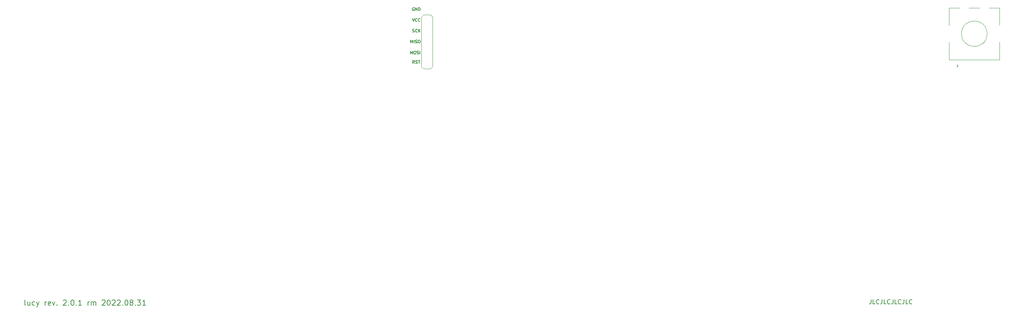
<source format=gto>
G04 #@! TF.GenerationSoftware,KiCad,Pcbnew,(6.0.5-0)*
G04 #@! TF.CreationDate,2022-08-31T07:54:58-05:00*
G04 #@! TF.ProjectId,pcb,7063622e-6b69-4636-9164-5f7063625858,rev?*
G04 #@! TF.SameCoordinates,Original*
G04 #@! TF.FileFunction,Legend,Top*
G04 #@! TF.FilePolarity,Positive*
%FSLAX46Y46*%
G04 Gerber Fmt 4.6, Leading zero omitted, Abs format (unit mm)*
G04 Created by KiCad (PCBNEW (6.0.5-0)) date 2022-08-31 07:54:58*
%MOMM*%
%LPD*%
G01*
G04 APERTURE LIST*
%ADD10C,0.150000*%
%ADD11C,0.200000*%
%ADD12C,0.120000*%
%ADD13C,3.000000*%
%ADD14C,1.750000*%
%ADD15C,3.987800*%
%ADD16R,2.000000X2.000000*%
%ADD17C,2.000000*%
%ADD18R,2.000000X3.200000*%
%ADD19C,3.800000*%
%ADD20O,1.700000X1.700000*%
%ADD21R,1.700000X1.700000*%
%ADD22C,0.650000*%
%ADD23O,1.300000X2.400000*%
%ADD24O,1.300000X1.900000*%
%ADD25C,1.700000*%
G04 APERTURE END LIST*
D10*
X296013577Y-115736694D02*
X296013577Y-116450980D01*
X295965958Y-116593837D01*
X295870720Y-116689075D01*
X295727863Y-116736694D01*
X295632625Y-116736694D01*
X296965958Y-116736694D02*
X296489767Y-116736694D01*
X296489767Y-115736694D01*
X297870720Y-116641456D02*
X297823101Y-116689075D01*
X297680244Y-116736694D01*
X297585005Y-116736694D01*
X297442148Y-116689075D01*
X297346910Y-116593837D01*
X297299291Y-116498599D01*
X297251672Y-116308123D01*
X297251672Y-116165266D01*
X297299291Y-115974790D01*
X297346910Y-115879552D01*
X297442148Y-115784314D01*
X297585005Y-115736694D01*
X297680244Y-115736694D01*
X297823101Y-115784314D01*
X297870720Y-115831933D01*
X298585005Y-115736694D02*
X298585005Y-116450980D01*
X298537386Y-116593837D01*
X298442148Y-116689075D01*
X298299291Y-116736694D01*
X298204053Y-116736694D01*
X299537386Y-116736694D02*
X299061196Y-116736694D01*
X299061196Y-115736694D01*
X300442148Y-116641456D02*
X300394529Y-116689075D01*
X300251672Y-116736694D01*
X300156434Y-116736694D01*
X300013577Y-116689075D01*
X299918339Y-116593837D01*
X299870720Y-116498599D01*
X299823101Y-116308123D01*
X299823101Y-116165266D01*
X299870720Y-115974790D01*
X299918339Y-115879552D01*
X300013577Y-115784314D01*
X300156434Y-115736694D01*
X300251672Y-115736694D01*
X300394529Y-115784314D01*
X300442148Y-115831933D01*
X301156434Y-115736694D02*
X301156434Y-116450980D01*
X301108815Y-116593837D01*
X301013577Y-116689075D01*
X300870720Y-116736694D01*
X300775482Y-116736694D01*
X302108815Y-116736694D02*
X301632625Y-116736694D01*
X301632625Y-115736694D01*
X303013577Y-116641456D02*
X302965958Y-116689075D01*
X302823101Y-116736694D01*
X302727863Y-116736694D01*
X302585005Y-116689075D01*
X302489767Y-116593837D01*
X302442148Y-116498599D01*
X302394529Y-116308123D01*
X302394529Y-116165266D01*
X302442148Y-115974790D01*
X302489767Y-115879552D01*
X302585005Y-115784314D01*
X302727863Y-115736694D01*
X302823101Y-115736694D01*
X302965958Y-115784314D01*
X303013577Y-115831933D01*
X303727863Y-115736694D02*
X303727863Y-116450980D01*
X303680244Y-116593837D01*
X303585005Y-116689075D01*
X303442148Y-116736694D01*
X303346910Y-116736694D01*
X304680244Y-116736694D02*
X304204053Y-116736694D01*
X304204053Y-115736694D01*
X305585005Y-116641456D02*
X305537386Y-116689075D01*
X305394529Y-116736694D01*
X305299291Y-116736694D01*
X305156434Y-116689075D01*
X305061196Y-116593837D01*
X305013577Y-116498599D01*
X304965958Y-116308123D01*
X304965958Y-116165266D01*
X305013577Y-115974790D01*
X305061196Y-115879552D01*
X305156434Y-115784314D01*
X305299291Y-115736694D01*
X305394529Y-115736694D01*
X305537386Y-115784314D01*
X305585005Y-115831933D01*
D11*
X97394784Y-117065476D02*
X97275737Y-117005952D01*
X97216213Y-116886904D01*
X97216213Y-115815476D01*
X98406689Y-116232142D02*
X98406689Y-117065476D01*
X97870975Y-116232142D02*
X97870975Y-116886904D01*
X97930499Y-117005952D01*
X98049546Y-117065476D01*
X98228118Y-117065476D01*
X98347165Y-117005952D01*
X98406689Y-116946428D01*
X99537641Y-117005952D02*
X99418594Y-117065476D01*
X99180499Y-117065476D01*
X99061451Y-117005952D01*
X99001927Y-116946428D01*
X98942403Y-116827380D01*
X98942403Y-116470238D01*
X99001927Y-116351190D01*
X99061451Y-116291666D01*
X99180499Y-116232142D01*
X99418594Y-116232142D01*
X99537641Y-116291666D01*
X99954308Y-116232142D02*
X100251927Y-117065476D01*
X100549546Y-116232142D02*
X100251927Y-117065476D01*
X100132880Y-117363095D01*
X100073356Y-117422619D01*
X99954308Y-117482142D01*
X101978118Y-117065476D02*
X101978118Y-116232142D01*
X101978118Y-116470238D02*
X102037641Y-116351190D01*
X102097165Y-116291666D01*
X102216213Y-116232142D01*
X102335260Y-116232142D01*
X103228118Y-117005952D02*
X103109070Y-117065476D01*
X102870975Y-117065476D01*
X102751927Y-117005952D01*
X102692403Y-116886904D01*
X102692403Y-116410714D01*
X102751927Y-116291666D01*
X102870975Y-116232142D01*
X103109070Y-116232142D01*
X103228118Y-116291666D01*
X103287641Y-116410714D01*
X103287641Y-116529761D01*
X102692403Y-116648809D01*
X103704308Y-116232142D02*
X104001927Y-117065476D01*
X104299546Y-116232142D01*
X104775737Y-116946428D02*
X104835260Y-117005952D01*
X104775737Y-117065476D01*
X104716213Y-117005952D01*
X104775737Y-116946428D01*
X104775737Y-117065476D01*
X106263832Y-115934523D02*
X106323356Y-115875000D01*
X106442403Y-115815476D01*
X106740022Y-115815476D01*
X106859070Y-115875000D01*
X106918594Y-115934523D01*
X106978118Y-116053571D01*
X106978118Y-116172619D01*
X106918594Y-116351190D01*
X106204308Y-117065476D01*
X106978118Y-117065476D01*
X107513832Y-116946428D02*
X107573356Y-117005952D01*
X107513832Y-117065476D01*
X107454308Y-117005952D01*
X107513832Y-116946428D01*
X107513832Y-117065476D01*
X108347165Y-115815476D02*
X108466213Y-115815476D01*
X108585260Y-115875000D01*
X108644784Y-115934523D01*
X108704308Y-116053571D01*
X108763832Y-116291666D01*
X108763832Y-116589285D01*
X108704308Y-116827380D01*
X108644784Y-116946428D01*
X108585260Y-117005952D01*
X108466213Y-117065476D01*
X108347165Y-117065476D01*
X108228118Y-117005952D01*
X108168594Y-116946428D01*
X108109070Y-116827380D01*
X108049546Y-116589285D01*
X108049546Y-116291666D01*
X108109070Y-116053571D01*
X108168594Y-115934523D01*
X108228118Y-115875000D01*
X108347165Y-115815476D01*
X109299546Y-116946428D02*
X109359070Y-117005952D01*
X109299546Y-117065476D01*
X109240022Y-117005952D01*
X109299546Y-116946428D01*
X109299546Y-117065476D01*
X110549546Y-117065476D02*
X109835260Y-117065476D01*
X110192403Y-117065476D02*
X110192403Y-115815476D01*
X110073356Y-115994047D01*
X109954308Y-116113095D01*
X109835260Y-116172619D01*
X112037641Y-117065476D02*
X112037641Y-116232142D01*
X112037641Y-116470238D02*
X112097165Y-116351190D01*
X112156689Y-116291666D01*
X112275737Y-116232142D01*
X112394784Y-116232142D01*
X112811451Y-117065476D02*
X112811451Y-116232142D01*
X112811451Y-116351190D02*
X112870975Y-116291666D01*
X112990022Y-116232142D01*
X113168594Y-116232142D01*
X113287641Y-116291666D01*
X113347165Y-116410714D01*
X113347165Y-117065476D01*
X113347165Y-116410714D02*
X113406689Y-116291666D01*
X113525737Y-116232142D01*
X113704308Y-116232142D01*
X113823356Y-116291666D01*
X113882880Y-116410714D01*
X113882880Y-117065476D01*
X115370975Y-115934523D02*
X115430499Y-115875000D01*
X115549546Y-115815476D01*
X115847165Y-115815476D01*
X115966213Y-115875000D01*
X116025737Y-115934523D01*
X116085260Y-116053571D01*
X116085260Y-116172619D01*
X116025737Y-116351190D01*
X115311451Y-117065476D01*
X116085260Y-117065476D01*
X116859070Y-115815476D02*
X116978118Y-115815476D01*
X117097165Y-115875000D01*
X117156689Y-115934523D01*
X117216213Y-116053571D01*
X117275737Y-116291666D01*
X117275737Y-116589285D01*
X117216213Y-116827380D01*
X117156689Y-116946428D01*
X117097165Y-117005952D01*
X116978118Y-117065476D01*
X116859070Y-117065476D01*
X116740022Y-117005952D01*
X116680499Y-116946428D01*
X116620975Y-116827380D01*
X116561451Y-116589285D01*
X116561451Y-116291666D01*
X116620975Y-116053571D01*
X116680499Y-115934523D01*
X116740022Y-115875000D01*
X116859070Y-115815476D01*
X117751927Y-115934523D02*
X117811451Y-115875000D01*
X117930499Y-115815476D01*
X118228118Y-115815476D01*
X118347165Y-115875000D01*
X118406689Y-115934523D01*
X118466213Y-116053571D01*
X118466213Y-116172619D01*
X118406689Y-116351190D01*
X117692403Y-117065476D01*
X118466213Y-117065476D01*
X118942403Y-115934523D02*
X119001927Y-115875000D01*
X119120975Y-115815476D01*
X119418594Y-115815476D01*
X119537641Y-115875000D01*
X119597165Y-115934523D01*
X119656689Y-116053571D01*
X119656689Y-116172619D01*
X119597165Y-116351190D01*
X118882880Y-117065476D01*
X119656689Y-117065476D01*
X120192403Y-116946428D02*
X120251927Y-117005952D01*
X120192403Y-117065476D01*
X120132880Y-117005952D01*
X120192403Y-116946428D01*
X120192403Y-117065476D01*
X121025737Y-115815476D02*
X121144784Y-115815476D01*
X121263832Y-115875000D01*
X121323356Y-115934523D01*
X121382880Y-116053571D01*
X121442403Y-116291666D01*
X121442403Y-116589285D01*
X121382880Y-116827380D01*
X121323356Y-116946428D01*
X121263832Y-117005952D01*
X121144784Y-117065476D01*
X121025737Y-117065476D01*
X120906689Y-117005952D01*
X120847165Y-116946428D01*
X120787641Y-116827380D01*
X120728118Y-116589285D01*
X120728118Y-116291666D01*
X120787641Y-116053571D01*
X120847165Y-115934523D01*
X120906689Y-115875000D01*
X121025737Y-115815476D01*
X122156689Y-116351190D02*
X122037641Y-116291666D01*
X121978118Y-116232142D01*
X121918594Y-116113095D01*
X121918594Y-116053571D01*
X121978118Y-115934523D01*
X122037641Y-115875000D01*
X122156689Y-115815476D01*
X122394784Y-115815476D01*
X122513832Y-115875000D01*
X122573356Y-115934523D01*
X122632880Y-116053571D01*
X122632880Y-116113095D01*
X122573356Y-116232142D01*
X122513832Y-116291666D01*
X122394784Y-116351190D01*
X122156689Y-116351190D01*
X122037641Y-116410714D01*
X121978118Y-116470238D01*
X121918594Y-116589285D01*
X121918594Y-116827380D01*
X121978118Y-116946428D01*
X122037641Y-117005952D01*
X122156689Y-117065476D01*
X122394784Y-117065476D01*
X122513832Y-117005952D01*
X122573356Y-116946428D01*
X122632880Y-116827380D01*
X122632880Y-116589285D01*
X122573356Y-116470238D01*
X122513832Y-116410714D01*
X122394784Y-116351190D01*
X123168594Y-116946428D02*
X123228118Y-117005952D01*
X123168594Y-117065476D01*
X123109070Y-117005952D01*
X123168594Y-116946428D01*
X123168594Y-117065476D01*
X123644784Y-115815476D02*
X124418594Y-115815476D01*
X124001927Y-116291666D01*
X124180499Y-116291666D01*
X124299546Y-116351190D01*
X124359070Y-116410714D01*
X124418594Y-116529761D01*
X124418594Y-116827380D01*
X124359070Y-116946428D01*
X124299546Y-117005952D01*
X124180499Y-117065476D01*
X123823356Y-117065476D01*
X123704308Y-117005952D01*
X123644784Y-116946428D01*
X125609070Y-117065476D02*
X124894784Y-117065476D01*
X125251927Y-117065476D02*
X125251927Y-115815476D01*
X125132880Y-115994047D01*
X125013832Y-116113095D01*
X124894784Y-116172619D01*
D10*
X187840225Y-57960616D02*
X187840225Y-57260616D01*
X188073558Y-57760616D01*
X188306891Y-57260616D01*
X188306891Y-57960616D01*
X188773558Y-57260616D02*
X188906891Y-57260616D01*
X188973558Y-57293950D01*
X189040225Y-57360616D01*
X189073558Y-57493950D01*
X189073558Y-57727283D01*
X189040225Y-57860616D01*
X188973558Y-57927283D01*
X188906891Y-57960616D01*
X188773558Y-57960616D01*
X188706891Y-57927283D01*
X188640225Y-57860616D01*
X188606891Y-57727283D01*
X188606891Y-57493950D01*
X188640225Y-57360616D01*
X188706891Y-57293950D01*
X188773558Y-57260616D01*
X189340225Y-57927283D02*
X189440225Y-57960616D01*
X189606891Y-57960616D01*
X189673558Y-57927283D01*
X189706891Y-57893950D01*
X189740225Y-57827283D01*
X189740225Y-57760616D01*
X189706891Y-57693950D01*
X189673558Y-57660616D01*
X189606891Y-57627283D01*
X189473558Y-57593950D01*
X189406891Y-57560616D01*
X189373558Y-57527283D01*
X189340225Y-57460616D01*
X189340225Y-57393950D01*
X189373558Y-57327283D01*
X189406891Y-57293950D01*
X189473558Y-57260616D01*
X189640225Y-57260616D01*
X189740225Y-57293950D01*
X190040225Y-57960616D02*
X190040225Y-57260616D01*
X187840225Y-55378112D02*
X187840225Y-54678112D01*
X188073558Y-55178112D01*
X188306891Y-54678112D01*
X188306891Y-55378112D01*
X188640225Y-55378112D02*
X188640225Y-54678112D01*
X188940225Y-55344779D02*
X189040225Y-55378112D01*
X189206891Y-55378112D01*
X189273558Y-55344779D01*
X189306891Y-55311446D01*
X189340225Y-55244779D01*
X189340225Y-55178112D01*
X189306891Y-55111446D01*
X189273558Y-55078112D01*
X189206891Y-55044779D01*
X189073558Y-55011446D01*
X189006891Y-54978112D01*
X188973558Y-54944779D01*
X188940225Y-54878112D01*
X188940225Y-54811446D01*
X188973558Y-54744779D01*
X189006891Y-54711446D01*
X189073558Y-54678112D01*
X189240225Y-54678112D01*
X189340225Y-54711446D01*
X189773558Y-54678112D02*
X189906891Y-54678112D01*
X189973558Y-54711446D01*
X190040225Y-54778112D01*
X190073558Y-54911446D01*
X190073558Y-55144779D01*
X190040225Y-55278112D01*
X189973558Y-55344779D01*
X189906891Y-55378112D01*
X189773558Y-55378112D01*
X189706891Y-55344779D01*
X189640225Y-55278112D01*
X189606891Y-55144779D01*
X189606891Y-54911446D01*
X189640225Y-54778112D01*
X189706891Y-54711446D01*
X189773558Y-54678112D01*
X188290225Y-52807283D02*
X188390225Y-52840616D01*
X188556891Y-52840616D01*
X188623558Y-52807283D01*
X188656891Y-52773950D01*
X188690225Y-52707283D01*
X188690225Y-52640616D01*
X188656891Y-52573950D01*
X188623558Y-52540616D01*
X188556891Y-52507283D01*
X188423558Y-52473950D01*
X188356891Y-52440616D01*
X188323558Y-52407283D01*
X188290225Y-52340616D01*
X188290225Y-52273950D01*
X188323558Y-52207283D01*
X188356891Y-52173950D01*
X188423558Y-52140616D01*
X188590225Y-52140616D01*
X188690225Y-52173950D01*
X189390225Y-52773950D02*
X189356891Y-52807283D01*
X189256891Y-52840616D01*
X189190225Y-52840616D01*
X189090225Y-52807283D01*
X189023558Y-52740616D01*
X188990225Y-52673950D01*
X188956891Y-52540616D01*
X188956891Y-52440616D01*
X188990225Y-52307283D01*
X189023558Y-52240616D01*
X189090225Y-52173950D01*
X189190225Y-52140616D01*
X189256891Y-52140616D01*
X189356891Y-52173950D01*
X189390225Y-52207283D01*
X189690225Y-52840616D02*
X189690225Y-52140616D01*
X190090225Y-52840616D02*
X189790225Y-52440616D01*
X190090225Y-52140616D02*
X189690225Y-52540616D01*
X188631979Y-47093950D02*
X188565313Y-47060616D01*
X188465313Y-47060616D01*
X188365313Y-47093950D01*
X188298646Y-47160616D01*
X188265313Y-47227283D01*
X188231979Y-47360616D01*
X188231979Y-47460616D01*
X188265313Y-47593950D01*
X188298646Y-47660616D01*
X188365313Y-47727283D01*
X188465313Y-47760616D01*
X188531979Y-47760616D01*
X188631979Y-47727283D01*
X188665313Y-47693950D01*
X188665313Y-47460616D01*
X188531979Y-47460616D01*
X188965313Y-47760616D02*
X188965313Y-47060616D01*
X189365313Y-47760616D01*
X189365313Y-47060616D01*
X189698646Y-47760616D02*
X189698646Y-47060616D01*
X189865313Y-47060616D01*
X189965313Y-47093950D01*
X190031979Y-47160616D01*
X190065313Y-47227283D01*
X190098646Y-47360616D01*
X190098646Y-47460616D01*
X190065313Y-47593950D01*
X190031979Y-47660616D01*
X189965313Y-47727283D01*
X189865313Y-47760616D01*
X189698646Y-47760616D01*
X188256891Y-49600616D02*
X188490225Y-50300616D01*
X188723558Y-49600616D01*
X189356891Y-50233950D02*
X189323558Y-50267283D01*
X189223558Y-50300616D01*
X189156891Y-50300616D01*
X189056891Y-50267283D01*
X188990225Y-50200616D01*
X188956891Y-50133950D01*
X188923558Y-50000616D01*
X188923558Y-49900616D01*
X188956891Y-49767283D01*
X188990225Y-49700616D01*
X189056891Y-49633950D01*
X189156891Y-49600616D01*
X189223558Y-49600616D01*
X189323558Y-49633950D01*
X189356891Y-49667283D01*
X190056891Y-50233950D02*
X190023558Y-50267283D01*
X189923558Y-50300616D01*
X189856891Y-50300616D01*
X189756891Y-50267283D01*
X189690225Y-50200616D01*
X189656891Y-50133950D01*
X189623558Y-50000616D01*
X189623558Y-49900616D01*
X189656891Y-49767283D01*
X189690225Y-49700616D01*
X189756891Y-49633950D01*
X189856891Y-49600616D01*
X189923558Y-49600616D01*
X190023558Y-49633950D01*
X190056891Y-49667283D01*
X188756891Y-60178112D02*
X188523558Y-59844779D01*
X188356891Y-60178112D02*
X188356891Y-59478112D01*
X188623558Y-59478112D01*
X188690225Y-59511446D01*
X188723558Y-59544779D01*
X188756891Y-59611446D01*
X188756891Y-59711446D01*
X188723558Y-59778112D01*
X188690225Y-59811446D01*
X188623558Y-59844779D01*
X188356891Y-59844779D01*
X189023558Y-60144779D02*
X189123558Y-60178112D01*
X189290225Y-60178112D01*
X189356891Y-60144779D01*
X189390225Y-60111446D01*
X189423558Y-60044779D01*
X189423558Y-59978112D01*
X189390225Y-59911446D01*
X189356891Y-59878112D01*
X189290225Y-59844779D01*
X189156891Y-59811446D01*
X189090225Y-59778112D01*
X189056891Y-59744779D01*
X189023558Y-59678112D01*
X189023558Y-59611446D01*
X189056891Y-59544779D01*
X189090225Y-59511446D01*
X189156891Y-59478112D01*
X189323558Y-59478112D01*
X189423558Y-59511446D01*
X189623558Y-59478112D02*
X190023558Y-59478112D01*
X189823558Y-60178112D02*
X189823558Y-59478112D01*
D12*
X314352725Y-55193950D02*
X314352725Y-59293950D01*
X316152725Y-60393950D02*
X316452725Y-60693950D01*
X318952725Y-47093950D02*
X321552725Y-47093950D01*
X316452725Y-60693950D02*
X316152725Y-60993950D01*
X326152725Y-55193950D02*
X326152725Y-59293950D01*
X326152725Y-47093950D02*
X326152725Y-51193950D01*
X314352725Y-47093950D02*
X316752725Y-47093950D01*
X323752725Y-47093950D02*
X326152725Y-47093950D01*
X314352725Y-51193950D02*
X314352725Y-47093950D01*
X314352725Y-59293950D02*
X326152725Y-59293950D01*
X316152725Y-60993950D02*
X316152725Y-60393950D01*
X323252725Y-53193950D02*
G75*
G03*
X323252725Y-53193950I-3000000J0D01*
G01*
X190865313Y-48713950D02*
X190335313Y-49243950D01*
X192465313Y-48713950D02*
X192995313Y-49143950D01*
X192465313Y-61473950D02*
X190865313Y-61473950D01*
X192995313Y-49143950D02*
X192995313Y-60943950D01*
X192465313Y-61473950D02*
X192995313Y-60943950D01*
X190865313Y-48713950D02*
X192465313Y-48713950D01*
X190865313Y-61473950D02*
X190335313Y-60943950D01*
X190335313Y-60943950D02*
X190335313Y-49243950D01*
%LPC*%
D13*
X121180225Y-50653950D03*
D14*
X119910225Y-53193950D03*
D15*
X124990225Y-53193950D03*
D13*
X127530225Y-48113950D03*
D14*
X130070225Y-53193950D03*
X206270225Y-53193950D03*
D13*
X203730225Y-48113950D03*
X197380225Y-50653950D03*
D14*
X196110225Y-53193950D03*
D15*
X201190225Y-53193950D03*
D14*
X187220225Y-53193950D03*
D13*
X178330225Y-50653950D03*
X184680225Y-48113950D03*
D14*
X177060225Y-53193950D03*
D15*
X182140225Y-53193950D03*
D14*
X168170225Y-53193950D03*
D15*
X163090225Y-53193950D03*
D13*
X165630225Y-48113950D03*
X159280225Y-50653950D03*
D14*
X158010225Y-53193950D03*
X81810225Y-53193950D03*
D15*
X86890225Y-53193950D03*
D13*
X83080225Y-50653950D03*
X89430225Y-48113950D03*
D14*
X91970225Y-53193950D03*
X225320225Y-53193950D03*
D13*
X222780225Y-48113950D03*
D15*
X220240225Y-53193950D03*
D14*
X215160225Y-53193950D03*
D13*
X216430225Y-50653950D03*
D14*
X244370225Y-53193950D03*
D13*
X235480225Y-50653950D03*
X241830225Y-48113950D03*
D14*
X234210225Y-53193950D03*
D15*
X239290225Y-53193950D03*
D14*
X91970225Y-72243950D03*
D15*
X86890225Y-72243950D03*
D13*
X83080225Y-69703950D03*
D14*
X81810225Y-72243950D03*
D13*
X89430225Y-67163950D03*
D14*
X111020225Y-72243950D03*
D13*
X102130225Y-69703950D03*
D14*
X100860225Y-72243950D03*
D13*
X108480225Y-67163950D03*
D15*
X105940225Y-72243950D03*
X144045399Y-72243950D03*
D13*
X146585399Y-67163950D03*
D14*
X138965399Y-72243950D03*
X149125399Y-72243950D03*
D13*
X140235399Y-69703950D03*
X273580225Y-50653950D03*
D15*
X277390225Y-53193950D03*
D13*
X279930225Y-48113950D03*
D14*
X272310225Y-53193950D03*
X282470225Y-53193950D03*
D13*
X165630225Y-67163950D03*
X159280225Y-69703950D03*
D14*
X168170225Y-72243950D03*
X158010225Y-72243950D03*
D15*
X163090225Y-72243950D03*
D14*
X187220225Y-72243950D03*
D15*
X182140225Y-72243950D03*
D14*
X177060225Y-72243950D03*
D13*
X184680225Y-67163950D03*
X178330225Y-69703950D03*
D14*
X196110225Y-72243950D03*
D15*
X201190225Y-72243950D03*
D13*
X203730225Y-67163950D03*
D14*
X206270225Y-72243950D03*
D13*
X197380225Y-69703950D03*
D14*
X111020225Y-110343950D03*
D15*
X105940225Y-110343950D03*
D14*
X100860225Y-110343950D03*
D13*
X108480225Y-105263950D03*
X102130225Y-107803950D03*
D14*
X119910225Y-110343950D03*
D13*
X127530225Y-105263950D03*
D14*
X130070225Y-110343950D03*
D15*
X124990225Y-110343950D03*
D13*
X121180225Y-107803950D03*
X140230225Y-107803950D03*
X146580225Y-105263950D03*
D15*
X144040225Y-110343950D03*
D14*
X149120225Y-110343950D03*
X138960225Y-110343950D03*
D13*
X159280225Y-107803950D03*
D14*
X168170225Y-110343950D03*
D13*
X165630225Y-105263950D03*
D14*
X158010225Y-110343950D03*
D15*
X163090225Y-110343950D03*
X182140225Y-110343950D03*
D14*
X187220225Y-110343950D03*
D13*
X178330225Y-107803950D03*
X184680225Y-105263950D03*
D14*
X177060225Y-110343950D03*
D15*
X220240225Y-110343950D03*
D14*
X225320225Y-110343950D03*
D13*
X222780225Y-105263950D03*
D14*
X215160225Y-110343950D03*
D13*
X216430225Y-107803950D03*
X241830225Y-105263950D03*
X235480225Y-107803950D03*
D14*
X244370225Y-110343950D03*
X234210225Y-110343950D03*
D15*
X239290225Y-110343950D03*
D14*
X253260225Y-110343950D03*
D13*
X254530225Y-107803950D03*
X260880225Y-105263950D03*
D14*
X263420225Y-110343950D03*
D15*
X258340225Y-110343950D03*
D13*
X279930225Y-105263950D03*
D15*
X277390225Y-110343950D03*
D14*
X282470225Y-110343950D03*
X272310225Y-110343950D03*
D13*
X273580225Y-107803950D03*
D14*
X196110225Y-110343950D03*
X206270225Y-110343950D03*
D13*
X203730225Y-105263950D03*
D15*
X201190225Y-110343950D03*
D13*
X197380225Y-107803950D03*
X279930225Y-86213950D03*
D15*
X277390225Y-91293950D03*
D13*
X273580225Y-88753950D03*
D14*
X272310225Y-91293950D03*
X282470225Y-91293950D03*
X253260225Y-91293950D03*
D13*
X260880225Y-86213950D03*
D15*
X258340225Y-91293950D03*
D13*
X254530225Y-88753950D03*
D14*
X263420225Y-91293950D03*
D13*
X216430225Y-88753950D03*
D14*
X215160225Y-91293950D03*
D13*
X222780225Y-86213950D03*
D14*
X225320225Y-91293950D03*
D15*
X220240225Y-91293950D03*
D14*
X187220225Y-91293950D03*
X177060225Y-91293950D03*
D15*
X182140225Y-91293950D03*
D13*
X184680225Y-86213950D03*
X178330225Y-88753950D03*
D14*
X138960225Y-91293950D03*
D13*
X146580225Y-86213950D03*
D14*
X149120225Y-91293950D03*
D15*
X144040225Y-91293950D03*
D13*
X140230225Y-88753950D03*
X83080225Y-88753950D03*
X89430225Y-86213950D03*
D14*
X91970225Y-91293950D03*
X81810225Y-91293950D03*
D15*
X86890225Y-91293950D03*
D14*
X158010225Y-91293950D03*
D13*
X159280225Y-88753950D03*
X165630225Y-86213950D03*
D14*
X168170225Y-91293950D03*
D15*
X163090225Y-91293950D03*
D13*
X298980225Y-67163950D03*
D14*
X301520225Y-72243950D03*
D13*
X292630225Y-69703950D03*
D14*
X291360225Y-72243950D03*
D15*
X296440225Y-72243950D03*
D13*
X127530225Y-86213950D03*
D14*
X130070225Y-91293950D03*
D13*
X121180225Y-88753950D03*
D14*
X119910225Y-91293950D03*
D15*
X124990225Y-91293950D03*
X105940225Y-91293950D03*
D14*
X111020225Y-91293950D03*
D13*
X108480225Y-86213950D03*
X102130225Y-88753950D03*
D14*
X100860225Y-91293950D03*
X263420225Y-72243950D03*
D13*
X260880225Y-67163950D03*
D15*
X258340225Y-72243950D03*
D13*
X254530225Y-69703950D03*
D14*
X253260225Y-72243950D03*
X234210225Y-72243950D03*
D13*
X241830225Y-67163950D03*
D15*
X239290225Y-72243950D03*
D13*
X235480225Y-69703950D03*
D14*
X244370225Y-72243950D03*
D13*
X273580225Y-69703950D03*
D15*
X277390225Y-72243950D03*
D14*
X282470225Y-72243950D03*
D13*
X279930225Y-67163950D03*
D14*
X272310225Y-72243950D03*
D13*
X298980225Y-105263950D03*
D14*
X291360225Y-110343950D03*
D15*
X296440225Y-110343950D03*
D14*
X301520225Y-110343950D03*
D13*
X292630225Y-107803950D03*
X298980225Y-86213950D03*
X292630225Y-88753950D03*
D15*
X296440225Y-91293950D03*
D14*
X301520225Y-91293950D03*
X291360225Y-91293950D03*
D13*
X292630225Y-50653950D03*
D15*
X296440225Y-53193950D03*
D14*
X301520225Y-53193950D03*
X291360225Y-53193950D03*
D13*
X298980225Y-48113950D03*
D16*
X317752725Y-60693950D03*
D17*
X322752725Y-60693950D03*
X320252725Y-60693950D03*
D18*
X314652725Y-53193950D03*
X325852725Y-53193950D03*
D17*
X322752725Y-46193950D03*
X317752725Y-46193950D03*
D13*
X108480225Y-48113950D03*
X102130225Y-50653950D03*
D14*
X111020225Y-53193950D03*
X100860225Y-53193950D03*
D15*
X105940225Y-53193950D03*
X144040225Y-53193950D03*
D14*
X149120225Y-53193950D03*
D13*
X140230225Y-50653950D03*
D14*
X138960225Y-53193950D03*
D13*
X146580225Y-48113950D03*
D15*
X320252785Y-110344230D03*
D13*
X322792785Y-105264230D03*
D14*
X315172785Y-110344230D03*
X325332785Y-110344230D03*
D13*
X316442785Y-107804230D03*
D14*
X315172785Y-72244070D03*
D13*
X316442785Y-69704070D03*
X322792785Y-67164070D03*
D14*
X325332785Y-72244070D03*
D15*
X320252785Y-72244070D03*
D13*
X316442785Y-88754150D03*
X322792785Y-86214150D03*
D14*
X325332785Y-91294150D03*
D15*
X320252785Y-91294150D03*
D14*
X315172785Y-91294150D03*
D15*
X201190225Y-91293950D03*
D13*
X203730225Y-86213950D03*
D14*
X206270225Y-91293950D03*
X196110225Y-91293950D03*
D13*
X197380225Y-88753950D03*
X241830225Y-86213950D03*
D14*
X244370225Y-91293950D03*
D15*
X239290225Y-91293950D03*
D14*
X234210225Y-91293950D03*
D13*
X235480225Y-88753950D03*
D14*
X91970225Y-110343950D03*
D13*
X89430225Y-105263950D03*
D14*
X81810225Y-110343950D03*
D13*
X83080225Y-107803950D03*
D15*
X86890225Y-110343950D03*
D13*
X254530225Y-50653950D03*
X260880225Y-48113950D03*
D14*
X253260225Y-53193950D03*
D15*
X258340225Y-53193950D03*
D14*
X263420225Y-53193950D03*
D13*
X121180225Y-69703950D03*
X127530225Y-67163950D03*
D14*
X119910225Y-72243950D03*
D15*
X124990225Y-72243950D03*
D14*
X130070225Y-72243950D03*
X215160225Y-72243950D03*
D15*
X220240225Y-72243950D03*
D13*
X222780225Y-67163950D03*
D14*
X225320225Y-72243950D03*
D13*
X216430225Y-69703950D03*
D19*
X308346661Y-53193950D03*
X286915393Y-62718958D03*
X280962271Y-100818990D03*
X96415233Y-100818990D03*
X102368363Y-62718958D03*
D14*
X325332725Y-53193950D03*
D15*
X320252725Y-53193950D03*
D14*
X315172725Y-53193950D03*
D20*
X191665313Y-60143950D03*
X191665313Y-49983950D03*
X191665313Y-55063950D03*
X191665313Y-57603950D03*
X191665313Y-52523950D03*
D21*
X191665313Y-47443950D03*
D22*
X93525217Y-42765450D03*
X99305217Y-42765450D03*
D23*
X92115217Y-43316450D03*
X100715217Y-43316450D03*
D24*
X100715217Y-39116450D03*
X92115217Y-39116450D03*
D25*
X308390225Y-67843950D03*
X308390225Y-70383950D03*
X308390225Y-72923950D03*
X308390225Y-65303950D03*
X308390225Y-62763950D03*
M02*

</source>
